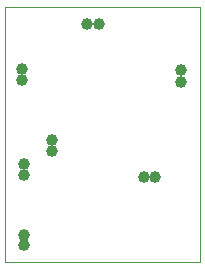
<source format=gbl>
G75*
%MOIN*%
%OFA0B0*%
%FSLAX24Y24*%
%IPPOS*%
%LPD*%
%AMOC8*
5,1,8,0,0,1.08239X$1,22.5*
%
%ADD10C,0.0000*%
%ADD11C,0.0397*%
D10*
X002517Y002517D02*
X002517Y011017D01*
X009017Y011017D01*
X009017Y002517D01*
X002517Y002517D01*
D11*
X003142Y003079D03*
X003142Y003392D03*
X003142Y005392D03*
X003142Y005767D03*
X004079Y006204D03*
X004079Y006579D03*
X003079Y008579D03*
X003079Y008954D03*
X005267Y010454D03*
X005642Y010454D03*
X008392Y008892D03*
X008392Y008517D03*
X007517Y005329D03*
X007142Y005329D03*
M02*

</source>
